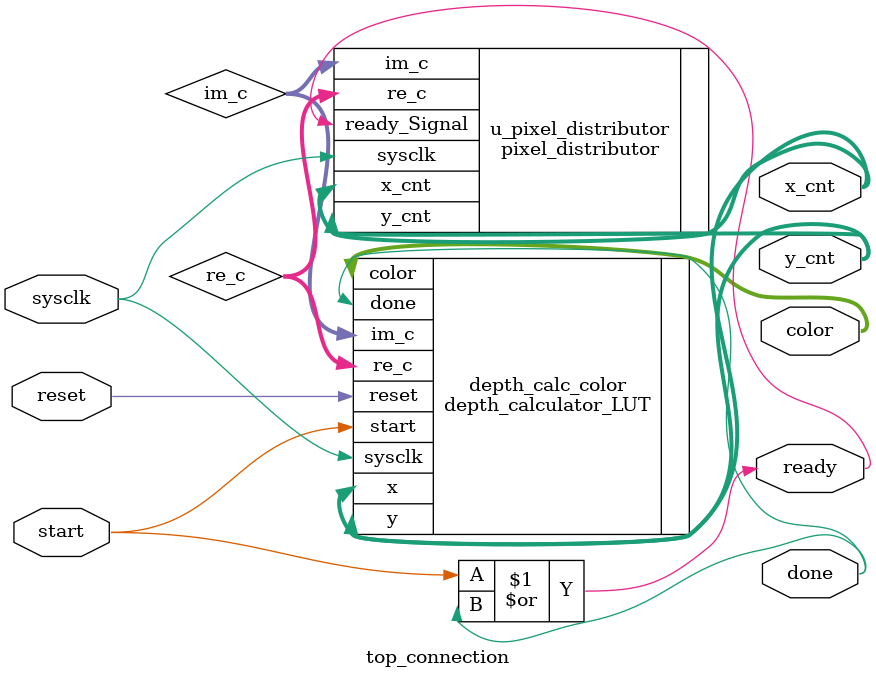
<source format=sv>
module top_connection(
    input logic         sysclk,
    input logic         reset,
    output logic done,
    output logic                   ready,
    input logic start,
    //output logic signed [31:0]     re_c, im_c,
    output logic        [9:0]      x_cnt,
    output logic        [8:0]      y_cnt,
    //output logic        [9:0]      final_depth,
    output logic        [23:0]      color
);
 assign                   ready = start | done;
 
//logic                   start = 1;
logic signed [31:0]     re_c, im_c;
// logic        [9:0]      x_cnt;
// logic        [8:0]      y_cnt;
// logic        [9:0]      final_depth;



//wire start = 1'b1;

pixel_distributor u_pixel_distributor ( //default params for the moment
    .sysclk(sysclk),
    .ready_Signal(ready),
    .re_c(re_c),
    .im_c(im_c),
    .x_cnt(x_cnt),
    .y_cnt(y_cnt)
);

// Instantiate depth_calculator here
// depth_calculator u_depth_calc (
//   .sysclk       (sysclk), // system clock
//   .start        (start), // start pulse
//   .reset        (reset), // synchronous reset
//   .x            (x_cnt), // pixel X coordinate [9:0]
//   .y            (y_cnt), // pixel Y coordinate [8:0]
//   .re_c         (re_c), // input real part of c (Q-format)
//   .im_c         (im_c), // input imag part of c (Q-format)
//   .final_depth  (final_depth), // final depth at done [9:0]
//   .done         (ready)  // done flag
// );

depth_calculator_LUT depth_calc_color (
      .sysclk(sysclk),
      .start(start),
      .reset(reset),
      .x(x_cnt),
      .y(y_cnt),
      .re_c(re_c),
      .im_c(im_c),
      .color(color),
      .done(done)
);

endmodule

</source>
